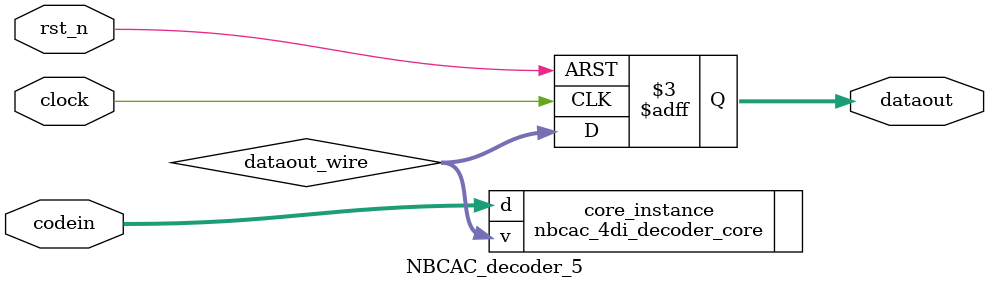
<source format=v>
module NBCAC_decoder_5(
    input wire clock,
    input wire rst_n,
    output reg [3:0] dataout,
    input wire [5:1] codein
);

    wire [3:0] dataout_wire;

    nbcac_4di_decoder_core core_instance(
        .v(dataout_wire),
        .d(codein)
    );

    //sync
    always @(posedge clock or negedge rst_n) begin
        if (~rst_n) begin
            dataout <= 0;
        end
        else begin
            dataout <= dataout_wire;
        end
    end

endmodule
</source>
